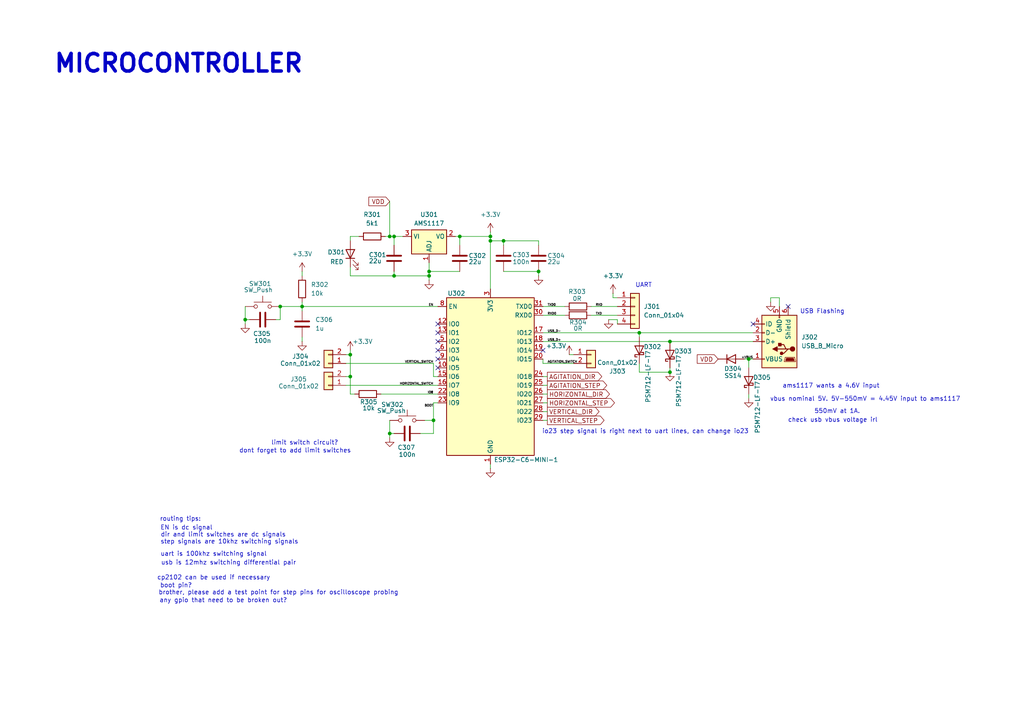
<source format=kicad_sch>
(kicad_sch (version 20250114) (generator "eeschema") (generator_version "9.0")
  (paper "A4")
  (lib_symbols
    (symbol "Connector:USB_B_Micro" (pin_names (offset 1.016))
      (property "Reference" "J" (at -5.08 11.43 0))
      (property "Value" "USB_B_Micro" (at -5.08 8.89 0))
      (symbol "USB_B_Micro_0_1"
        (rectangle (start -5.08 -7.62) (end 5.08 7.62) (stroke (width 0.254)) (fill (type background)))
        (polyline (pts (xy -4.699 5.842) (xy -4.699 5.588) (xy -4.445 4.826) (xy -4.445 4.572) (xy -1.651 4.572) (xy -1.651 4.826) (xy -1.397 5.588) (xy -1.397 5.842) (xy -4.699 5.842)))
        (polyline (pts (xy -4.318 5.588) (xy -1.778 5.588) (xy -2.032 4.826) (xy -4.064 4.826) (xy -4.318 5.588)) (fill (type outline)))
        (circle (center -3.81 2.159) (radius 0.635) (stroke (width 0.254)) (fill (type outline)))
        (polyline (pts (xy -3.175 2.159) (xy -2.54 2.159) (xy -1.27 3.429) (xy -0.635 3.429)) (stroke (width 0.254)))
        (polyline (pts (xy -2.54 2.159) (xy -1.905 2.159) (xy -1.27 0.889) (xy 0 0.889)) (stroke (width 0.254)))
        (polyline (pts (xy -1.905 2.159) (xy 0.635 2.159)) (stroke (width 0.254)))
        (circle (center -0.635 3.429) (radius 0.381) (stroke (width 0.254)) (fill (type outline)))
        (rectangle (start -0.127 -7.62) (end 0.127 -6.858))
        (rectangle (start 0.254 1.27) (end -0.508 0.508) (stroke (width 0.254)) (fill (type outline)))
        (polyline (pts (xy 0.635 2.794) (xy 0.635 1.524) (xy 1.905 2.159) (xy 0.635 2.794)) (stroke (width 0.254)) (fill (type outline)))
        (rectangle (start 5.08 4.953) (end 4.318 5.207))
        (rectangle (start 5.08 -0.127) (end 4.318 0.127))
        (rectangle (start 5.08 -2.667) (end 4.318 -2.413))
        (rectangle (start 5.08 -5.207) (end 4.318 -4.953))
      )
      (symbol "USB_B_Micro_1_1"
        (pin passive line (at -2.54 -10.16 90) (length 2.54) (name "Shield") (number "6"))
        (pin power_out line (at 0 -10.16 90) (length 2.54) (name "GND") (number "5"))
        (pin power_out line (at 7.62 5.08 180) (length 2.54) (name "VBUS") (number "1"))
        (pin bidirectional line (at 7.62 0 180) (length 2.54) (name "D+") (number "3"))
        (pin bidirectional line (at 7.62 -2.54 180) (length 2.54) (name "D-") (number "2"))
        (pin passive line (at 7.62 -5.08 180) (length 2.54) (name "ID") (number "4"))
      )
    )
    (symbol "Connector_Generic:Conn_01x02" (pin_names (offset 1.016) (hide yes))
      (property "Reference" "J" (at 0 2.54 0))
      (property "Value" "Conn_01x02" (at 0 -5.08 0))
      (symbol "Conn_01x02_1_1"
        (rectangle (start -1.27 1.27) (end 1.27 -3.81) (stroke (width 0.254)) (fill (type background)))
        (rectangle (start -1.27 0.127) (end 0 -0.127) (stroke (width 0.1524)))
        (rectangle (start -1.27 -2.413) (end 0 -2.667) (stroke (width 0.1524)))
        (pin passive line (at -5.08 0 0) (length 3.81) (name "Pin_1") (number "1"))
        (pin passive line (at -5.08 -2.54 0) (length 3.81) (name "Pin_2") (number "2"))
      )
    )
    (symbol "Connector_Generic:Conn_01x04" (pin_names (offset 1.016) (hide yes))
      (property "Reference" "J" (at 0 5.08 0))
      (property "Value" "Conn_01x04" (at 0 -7.62 0))
      (symbol "Conn_01x04_1_1"
        (rectangle (start -1.27 3.81) (end 1.27 -6.35) (stroke (width 0.254)) (fill (type background)))
        (rectangle (start -1.27 2.667) (end 0 2.413) (stroke (width 0.1524)))
        (rectangle (start -1.27 0.127) (end 0 -0.127) (stroke (width 0.1524)))
        (rectangle (start -1.27 -2.413) (end 0 -2.667) (stroke (width 0.1524)))
        (rectangle (start -1.27 -4.953) (end 0 -5.207) (stroke (width 0.1524)))
        (pin passive line (at -5.08 2.54 0) (length 3.81) (name "Pin_1") (number "1"))
        (pin passive line (at -5.08 0 0) (length 3.81) (name "Pin_2") (number "2"))
        (pin passive line (at -5.08 -2.54 0) (length 3.81) (name "Pin_3") (number "3"))
        (pin passive line (at -5.08 -5.08 0) (length 3.81) (name "Pin_4") (number "4"))
      )
    )
    (symbol "Device:C" (pin_numbers (hide yes)) (pin_names (offset 0.254))
      (property "Reference" "C" (at 0.635 2.54 0))
      (property "Value" "C" (at 0.635 -2.54 0))
      (symbol "C_0_1"
        (polyline (pts (xy -2.032 0.762) (xy 2.032 0.762)) (stroke (width 0.508)))
        (polyline (pts (xy -2.032 -0.762) (xy 2.032 -0.762)) (stroke (width 0.508)))
      )
      (symbol "C_1_1"
        (pin passive line (at 0 3.81 270) (length 2.794) (name "~") (number "1"))
        (pin passive line (at 0 -3.81 90) (length 2.794) (name "~") (number "2"))
      )
    )
    (symbol "Device:D" (pin_numbers (hide yes)) (pin_names (offset 1.016) (hide yes))
      (property "Reference" "D" (at 0 2.54 0))
      (property "Value" "D" (at 0 -2.54 0))
      (symbol "D_0_1"
        (polyline (pts (xy -1.27 1.27) (xy -1.27 -1.27)) (stroke (width 0.254)))
        (polyline (pts (xy 1.27 1.27) (xy 1.27 -1.27) (xy -1.27 0) (xy 1.27 1.27)) (stroke (width 0.254)))
        (polyline (pts (xy 1.27 0) (xy -1.27 0)))
      )
      (symbol "D_1_1"
        (pin passive line (at -3.81 0 0) (length 2.54) (name "K") (number "1"))
        (pin passive line (at 3.81 0 180) (length 2.54) (name "A") (number "2"))
      )
    )
    (symbol "Device:D_Schottky" (pin_numbers (hide yes)) (pin_names (offset 1.016) (hide yes))
      (property "Reference" "D" (at 0 2.54 0))
      (property "Value" "D_Schottky" (at 0 -2.54 0))
      (symbol "D_Schottky_0_1"
        (polyline (pts (xy -1.905 0.635) (xy -1.905 1.27) (xy -1.27 1.27) (xy -1.27 -1.27) (xy -0.635 -1.27) (xy -0.635 -0.635)) (stroke (width 0.254)))
        (polyline (pts (xy 1.27 1.27) (xy 1.27 -1.27) (xy -1.27 0) (xy 1.27 1.27)) (stroke (width 0.254)))
        (polyline (pts (xy 1.27 0) (xy -1.27 0)))
      )
      (symbol "D_Schottky_1_1"
        (pin passive line (at -3.81 0 0) (length 2.54) (name "K") (number "1"))
        (pin passive line (at 3.81 0 180) (length 2.54) (name "A") (number "2"))
      )
    )
    (symbol "Device:LED" (pin_numbers (hide yes)) (pin_names (offset 1.016) (hide yes))
      (property "Reference" "D" (at 0 2.54 0))
      (property "Value" "LED" (at 0 -2.54 0))
      (symbol "LED_0_1"
        (polyline (pts (xy -3.048 -0.762) (xy -4.572 -2.286) (xy -3.81 -2.286) (xy -4.572 -2.286) (xy -4.572 -1.524)))
        (polyline (pts (xy -1.778 -0.762) (xy -3.302 -2.286) (xy -2.54 -2.286) (xy -3.302 -2.286) (xy -3.302 -1.524)))
        (polyline (pts (xy -1.27 0) (xy 1.27 0)))
        (polyline (pts (xy -1.27 -1.27) (xy -1.27 1.27)) (stroke (width 0.254)))
        (polyline (pts (xy 1.27 -1.27) (xy 1.27 1.27) (xy -1.27 0) (xy 1.27 -1.27)) (stroke (width 0.254)))
      )
      (symbol "LED_1_1"
        (pin passive line (at -3.81 0 0) (length 2.54) (name "K") (number "1"))
        (pin passive line (at 3.81 0 180) (length 2.54) (name "A") (number "2"))
      )
    )
    (symbol "Device:R" (pin_numbers (hide yes)) (pin_names (offset 0))
      (property "Reference" "R" (at 2.032 0 90))
      (property "Value" "R" (at 0 0 90))
      (symbol "R_0_1"
        (rectangle (start -1.016 -2.54) (end 1.016 2.54) (stroke (width 0.254)))
      )
      (symbol "R_1_1"
        (pin passive line (at 0 3.81 270) (length 1.27) (name "~") (number "1"))
        (pin passive line (at 0 -3.81 90) (length 1.27) (name "~") (number "2"))
      )
    )
    (symbol "RF_Module:ESP32-C6-MINI-1"
      (property "Reference" "U" (at -11.43 24.13 0))
      (property "Value" "ESP32-C6-MINI-1" (at 12.7 24.13 0))
      (symbol "ESP32-C6-MINI-1_0_1"
        (rectangle (start -12.7 22.86) (end 12.7 -22.86) (stroke (width 0.254)) (fill (type background)))
      )
      (symbol "ESP32-C6-MINI-1_1_1"
        (pin input line (at -15.24 20.32 0) (length 2.54) (name "EN") (number "8"))
        (pin bidirectional line (at -15.24 15.24 0) (length 2.54) (name "IO0") (number "12"))
        (pin bidirectional line (at -15.24 12.7 0) (length 2.54) (name "IO1") (number "13"))
        (pin bidirectional line (at -15.24 10.16 0) (length 2.54) (name "IO2") (number "5"))
        (pin bidirectional line (at -15.24 7.62 0) (length 2.54) (name "IO3") (number "6"))
        (pin bidirectional line (at -15.24 5.08 0) (length 2.54) (name "IO4") (number "9"))
        (pin bidirectional line (at -15.24 2.54 0) (length 2.54) (name "IO5") (number "10"))
        (pin bidirectional line (at -15.24 0 0) (length 2.54) (name "IO6") (number "15"))
        (pin bidirectional line (at -15.24 -2.54 0) (length 2.54) (name "IO7") (number "16"))
        (pin bidirectional line (at -15.24 -5.08 0) (length 2.54) (name "IO8") (number "22"))
        (pin bidirectional line (at -15.24 -7.62 0) (length 2.54) (name "IO9") (number "23"))
        (pin no_connect line (at -12.7 -12.7 0) (length 2.54) (hide yes) (name "NC") (number "32"))
        (pin no_connect line (at -12.7 -15.24 0) (length 2.54) (hide yes) (name "NC") (number "33"))
        (pin no_connect line (at -12.7 -17.78 0) (length 2.54) (hide yes) (name "NC") (number "34"))
        (pin no_connect line (at -12.7 -20.32 0) (length 2.54) (hide yes) (name "NC") (number "35"))
        (pin power_in line (at 0 25.4 270) (length 2.54) (name "3V3") (number "3"))
        (pin power_in line (at 0 -25.4 90) (length 2.54) (name "GND") (number "1"))
        (pin passive line (at 0 -25.4 90) (length 2.54) (hide yes) (name "GND") (number "11"))
        (pin passive line (at 0 -25.4 90) (length 2.54) (hide yes) (name "GND") (number "14"))
        (pin passive line (at 0 -25.4 90) (length 2.54) (hide yes) (name "GND") (number "2"))
        (pin passive line (at 0 -25.4 90) (length 2.54) (hide yes) (name "GND") (number "36"))
        (pin passive line (at 0 -25.4 90) (length 2.54) (hide yes) (name "GND") (number "37"))
        (pin passive line (at 0 -25.4 90) (length 2.54) (hide yes) (name "GND") (number "38"))
        (pin passive line (at 0 -25.4 90) (length 2.54) (hide yes) (name "GND") (number "39"))
        (pin passive line (at 0 -25.4 90) (length 2.54) (hide yes) (name "GND") (number "40"))
        (pin passive line (at 0 -25.4 90) (length 2.54) (hide yes) (name "GND") (number "41"))
        (pin passive line (at 0 -25.4 90) (length 2.54) (hide yes) (name "GND") (number "42"))
        (pin passive line (at 0 -25.4 90) (length 2.54) (hide yes) (name "GND") (number "43"))
        (pin passive line (at 0 -25.4 90) (length 2.54) (hide yes) (name "GND") (number "44"))
        (pin passive line (at 0 -25.4 90) (length 2.54) (hide yes) (name "GND") (number "45"))
        (pin passive line (at 0 -25.4 90) (length 2.54) (hide yes) (name "GND") (number "46"))
        (pin passive line (at 0 -25.4 90) (length 2.54) (hide yes) (name "GND") (number "47"))
        (pin passive line (at 0 -25.4 90) (length 2.54) (hide yes) (name "GND") (number "48"))
        (pin passive line (at 0 -25.4 90) (length 2.54) (hide yes) (name "GND") (number "49"))
        (pin passive line (at 0 -25.4 90) (length 2.54) (hide yes) (name "GND") (number "50"))
        (pin passive line (at 0 -25.4 90) (length 2.54) (hide yes) (name "GND") (number "51"))
        (pin passive line (at 0 -25.4 90) (length 2.54) (hide yes) (name "GND") (number "52"))
        (pin passive line (at 0 -25.4 90) (length 2.54) (hide yes) (name "GND") (number "53"))
        (pin no_connect line (at 12.7 -15.24 180) (length 2.54) (hide yes) (name "NC") (number "4"))
        (pin no_connect line (at 12.7 -17.78 180) (length 2.54) (hide yes) (name "NC") (number "7"))
        (pin no_connect line (at 12.7 -20.32 180) (length 2.54) (hide yes) (name "NC") (number "21"))
        (pin bidirectional line (at 15.24 20.32 180) (length 2.54) (name "TXD0") (number "31"))
        (pin bidirectional line (at 15.24 17.78 180) (length 2.54) (name "RXD0") (number "30"))
        (pin bidirectional line (at 15.24 12.7 180) (length 2.54) (name "IO12") (number "17"))
        (pin bidirectional line (at 15.24 10.16 180) (length 2.54) (name "IO13") (number "18"))
        (pin bidirectional line (at 15.24 7.62 180) (length 2.54) (name "IO14") (number "19"))
        (pin bidirectional line (at 15.24 5.08 180) (length 2.54) (name "IO15") (number "20"))
        (pin bidirectional line (at 15.24 0 180) (length 2.54) (name "IO18") (number "24"))
        (pin bidirectional line (at 15.24 -2.54 180) (length 2.54) (name "IO19") (number "25"))
        (pin bidirectional line (at 15.24 -5.08 180) (length 2.54) (name "IO20") (number "26"))
        (pin bidirectional line (at 15.24 -7.62 180) (length 2.54) (name "IO21") (number "27"))
        (pin bidirectional line (at 15.24 -10.16 180) (length 2.54) (name "IO22") (number "28"))
        (pin bidirectional line (at 15.24 -12.7 180) (length 2.54) (name "IO23") (number "29"))
      )
    )
    (symbol "Regulator_Linear:AMS1117"
      (property "Reference" "U" (at -3.81 3.175 0))
      (property "Value" "AMS1117" (at 0 3.175 0))
      (symbol "AMS1117_0_1"
        (rectangle (start -5.08 -5.08) (end 5.08 1.905) (stroke (width 0.254)) (fill (type background)))
      )
      (symbol "AMS1117_1_1"
        (pin power_in line (at -7.62 0 0) (length 2.54) (name "VI") (number "3"))
        (pin input line (at 0 -7.62 90) (length 2.54) (name "ADJ") (number "1"))
        (pin power_out line (at 7.62 0 180) (length 2.54) (name "VO") (number "2"))
      )
    )
    (symbol "Switch:SW_Push" (pin_numbers (hide yes)) (pin_names (offset 1.016) (hide yes))
      (property "Reference" "SW" (at 1.27 2.54 0))
      (property "Value" "SW_Push" (at 0 -1.524 0))
      (symbol "SW_Push_0_1"
        (circle (center -2.032 0) (radius 0.508))
        (polyline (pts (xy 0 1.27) (xy 0 3.048)))
        (circle (center 2.032 0) (radius 0.508))
        (polyline (pts (xy 2.54 1.27) (xy -2.54 1.27)))
        (pin passive line (at -5.08 0 0) (length 2.54) (name "1") (number "1"))
        (pin passive line (at 5.08 0 180) (length 2.54) (name "2") (number "2"))
      )
    )
    (symbol "power:+3.3V" (power) (pin_numbers (hide yes)) (pin_names (offset 0) (hide yes))
      (property "Value" "+3.3V" (at 0 3.556 0))
      (symbol "+3.3V_0_1"
        (polyline (pts (xy -0.762 1.27) (xy 0 2.54)))
        (polyline (pts (xy 0 2.54) (xy 0.762 1.27)))
        (polyline (pts (xy 0 0) (xy 0 2.54)))
      )
      (symbol "+3.3V_1_1"
        (pin power_in line (at 0 0 90) (length 0) (name "~") (number "1"))
      )
    )
    (symbol "power:GND" (power) (pin_numbers (hide yes)) (pin_names (offset 0) (hide yes))
      (property "Value" "GND" (at 0 -3.81 0))
      (symbol "GND_0_1"
        (polyline (pts (xy 0 0) (xy 0 -1.27) (xy 1.27 -1.27) (xy 0 -2.54) (xy -1.27 -1.27) (xy 0 -1.27)))
      )
      (symbol "GND_1_1"
        (pin power_in line (at 0 0 270) (length 0) (name "~") (number "1"))
      )
    )
  )
  (text "MICROCONTROLLER" (at 51.816 18.542 0) (effects (font (size 5.08 5.08) (thickness 1.016) (bold yes))))
  (text "check usb vbus voltage irl" (at 241.554 121.92 0) (effects (font (size 1.27 1.27))))
  (text "any gpio that need to be broken out?" (at 64.77 174.244 0) (effects (font (size 1.27 1.27))))
  (text "dont forget to add limit switches" (at 85.598 130.81 0) (effects (font (size 1.27 1.27))))
  (text "UART" (at 186.69 82.804 0) (effects (font (size 1.27 1.27))))
  (text "dir and limit switches are dc signals" (at 64.77 155.194 0) (effects (font (size 1.27 1.27))))
  (text "cp2102 can be used if necessary" (at 61.976 167.64 0) (effects (font (size 1.27 1.27))))
  (text "vbus nominal 5V. 5V-550mV = 4.45V input to ams1117" (at 250.952 115.824 0) (effects (font (size 1.27 1.27))))
  (text "USB Flashing" (at 238.506 90.424 0) (effects (font (size 1.27 1.27))))
  (text "routing tips:" (at 52.324 150.622 0) (effects (font (size 1.27 1.27))))
  (text "550mV at 1A." (at 242.824 119.38 0) (effects (font (size 1.27 1.27))))
  (text "io23 step signal is right next to uart lines, can change io23" (at 187.198 125.222 0) (effects (font (size 1.27 1.27))))
  (text "EN is dc signal" (at 54.102 153.162 0) (effects (font (size 1.27 1.27))))
  (text "step signals are 10khz switching signals" (at 66.548 157.226 0) (effects (font (size 1.27 1.27))))
  (text "boot pin?" (at 51.054 169.926 0) (effects (font (size 1.27 1.27))))
  (text "brother, please add a test point for step pins for oscilloscope probing" (at 80.772 171.958 0) (effects (font (size 1.27 1.27))))
  (text "limit switch circuit?" (at 88.392 128.524 0) (effects (font (size 1.27 1.27))))
  (text "ams1117 wants a 4.6V input" (at 241.046 112.014 0) (effects (font (size 1.27 1.27))))
  (text "usb is 12mhz switching differential pair" (at 66.294 163.322 0) (effects (font (size 1.27 1.27))))
  (text "uart is 100khz switching signal" (at 61.976 160.782 0) (effects (font (size 1.27 1.27))))
  (junction (at 71.12 92.71))
  (junction (at 185.42 96.52))
  (junction (at 217.17 104.14))
  (junction (at 146.05 69.85))
  (junction (at 101.6 109.22))
  (junction (at 194.31 107.95))
  (junction (at 124.46 80.01))
  (junction (at 142.24 69.85))
  (junction (at 124.46 78.74))
  (junction (at 114.3 68.58))
  (junction (at 113.03 68.58))
  (junction (at 114.3 80.01))
  (junction (at 194.31 99.06))
  (junction (at 125.73 121.92))
  (junction (at 101.6 102.87))
  (junction (at 133.35 68.58))
  (junction (at 81.28 88.9))
  (junction (at 142.24 68.58))
  (junction (at 87.63 88.9))
  (junction (at 113.03 125.73))
  (junction (at 156.21 78.74))
  (no_connect (at 127 104.14))
  (no_connect (at 127 93.98))
  (no_connect (at 228.6 88.9))
  (no_connect (at 127 99.06))
  (no_connect (at 157.48 101.6))
  (no_connect (at 127 101.6))
  (no_connect (at 218.44 93.98))
  (no_connect (at 127 96.52))
  (no_connect (at 127 106.68))
  (wire (pts (xy 80.01 92.71) (xy 81.28 92.71)))
  (wire (pts (xy 223.52 86.36) (xy 223.52 87.63)))
  (wire (pts (xy 100.33 109.22) (xy 101.6 109.22)))
  (wire (pts (xy 104.14 68.58) (xy 101.6 68.58)))
  (wire (pts (xy 125.73 121.92) (xy 125.73 125.73)))
  (wire (pts (xy 87.63 88.9) (xy 127 88.9)))
  (wire (pts (xy 171.45 91.44) (xy 179.07 91.44)))
  (wire (pts (xy 179.07 86.36) (xy 177.8 86.36)))
  (wire (pts (xy 110.49 114.3) (xy 127 114.3)))
  (wire (pts (xy 101.6 114.3) (xy 101.6 109.22)))
  (wire (pts (xy 142.24 68.58) (xy 142.24 69.85)))
  (wire (pts (xy 71.12 92.71) (xy 71.12 93.98)))
  (wire (pts (xy 114.3 80.01) (xy 114.3 78.74)))
  (wire (pts (xy 157.48 105.41) (xy 166.37 105.41)))
  (wire (pts (xy 101.6 68.58) (xy 101.6 69.85)))
  (wire (pts (xy 142.24 83.82) (xy 142.24 69.85)))
  (wire (pts (xy 124.46 80.01) (xy 124.46 81.28)))
  (wire (pts (xy 127 116.84) (xy 125.73 116.84)))
  (wire (pts (xy 81.28 88.9) (xy 87.63 88.9)))
  (wire (pts (xy 157.48 111.76) (xy 158.75 111.76)))
  (wire (pts (xy 226.06 88.9) (xy 226.06 86.36)))
  (wire (pts (xy 113.03 68.58) (xy 113.03 58.42)))
  (wire (pts (xy 217.17 104.14) (xy 217.17 106.68)))
  (wire (pts (xy 165.1 102.87) (xy 166.37 102.87)))
  (wire (pts (xy 177.8 86.36) (xy 177.8 85.09)))
  (wire (pts (xy 185.42 96.52) (xy 218.44 96.52)))
  (wire (pts (xy 87.63 88.9) (xy 87.63 90.17)))
  (wire (pts (xy 111.76 68.58) (xy 113.03 68.58)))
  (wire (pts (xy 100.33 102.87) (xy 101.6 102.87)))
  (wire (pts (xy 157.48 116.84) (xy 158.75 116.84)))
  (wire (pts (xy 125.73 121.92) (xy 123.19 121.92)))
  (wire (pts (xy 179.07 92.71) (xy 176.53 92.71)))
  (wire (pts (xy 157.48 109.22) (xy 158.75 109.22)))
  (wire (pts (xy 125.73 116.84) (xy 125.73 121.92)))
  (wire (pts (xy 156.21 71.12) (xy 156.21 69.85)))
  (wire (pts (xy 125.73 125.73) (xy 121.92 125.73)))
  (wire (pts (xy 157.48 88.9) (xy 163.83 88.9)))
  (wire (pts (xy 226.06 86.36) (xy 223.52 86.36)))
  (wire (pts (xy 146.05 69.85) (xy 146.05 71.12)))
  (wire (pts (xy 124.46 78.74) (xy 124.46 80.01)))
  (wire (pts (xy 185.42 107.95) (xy 194.31 107.95)))
  (wire (pts (xy 194.31 99.06) (xy 218.44 99.06)))
  (wire (pts (xy 101.6 101.6) (xy 101.6 102.87)))
  (wire (pts (xy 87.63 87.63) (xy 87.63 88.9)))
  (wire (pts (xy 113.03 125.73) (xy 113.03 121.92)))
  (wire (pts (xy 72.39 92.71) (xy 71.12 92.71)))
  (wire (pts (xy 101.6 77.47) (xy 101.6 80.01)))
  (wire (pts (xy 114.3 80.01) (xy 124.46 80.01)))
  (wire (pts (xy 146.05 69.85) (xy 142.24 69.85)))
  (wire (pts (xy 87.63 78.74) (xy 87.63 80.01)))
  (wire (pts (xy 194.31 106.68) (xy 194.31 107.95)))
  (wire (pts (xy 156.21 69.85) (xy 146.05 69.85)))
  (wire (pts (xy 124.46 78.74) (xy 133.35 78.74)))
  (wire (pts (xy 157.48 114.3) (xy 158.75 114.3)))
  (wire (pts (xy 142.24 134.62) (xy 142.24 135.89)))
  (wire (pts (xy 179.07 93.98) (xy 179.07 92.71)))
  (wire (pts (xy 100.33 111.76) (xy 127 111.76)))
  (wire (pts (xy 217.17 104.14) (xy 218.44 104.14)))
  (wire (pts (xy 114.3 68.58) (xy 114.3 71.12)))
  (wire (pts (xy 156.21 78.74) (xy 156.21 80.01)))
  (wire (pts (xy 133.35 68.58) (xy 132.08 68.58)))
  (wire (pts (xy 114.3 125.73) (xy 113.03 125.73)))
  (wire (pts (xy 157.48 121.92) (xy 158.75 121.92)))
  (wire (pts (xy 133.35 68.58) (xy 142.24 68.58)))
  (wire (pts (xy 101.6 80.01) (xy 114.3 80.01)))
  (wire (pts (xy 171.45 88.9) (xy 179.07 88.9)))
  (wire (pts (xy 101.6 114.3) (xy 102.87 114.3)))
  (wire (pts (xy 81.28 92.71) (xy 81.28 88.9)))
  (wire (pts (xy 100.33 105.41) (xy 125.73 105.41)))
  (wire (pts (xy 87.63 97.79) (xy 87.63 99.06)))
  (wire (pts (xy 133.35 68.58) (xy 133.35 71.12)))
  (wire (pts (xy 125.73 109.22) (xy 127 109.22)))
  (wire (pts (xy 157.48 96.52) (xy 185.42 96.52)))
  (wire (pts (xy 114.3 68.58) (xy 116.84 68.58)))
  (wire (pts (xy 142.24 67.31) (xy 142.24 68.58)))
  (wire (pts (xy 157.48 91.44) (xy 163.83 91.44)))
  (wire (pts (xy 185.42 105.41) (xy 185.42 107.95)))
  (wire (pts (xy 124.46 76.2) (xy 124.46 78.74)))
  (wire (pts (xy 217.17 114.3) (xy 217.17 115.57)))
  (wire (pts (xy 157.48 119.38) (xy 158.75 119.38)))
  (wire (pts (xy 146.05 78.74) (xy 156.21 78.74)))
  (wire (pts (xy 157.48 99.06) (xy 194.31 99.06)))
  (wire (pts (xy 71.12 92.71) (xy 71.12 88.9)))
  (wire (pts (xy 113.03 68.58) (xy 114.3 68.58)))
  (wire (pts (xy 215.9 104.14) (xy 217.17 104.14)))
  (wire (pts (xy 101.6 102.87) (xy 101.6 109.22)))
  (wire (pts (xy 157.48 104.14) (xy 157.48 105.41)))
  (wire (pts (xy 185.42 96.52) (xy 185.42 97.79)))
  (wire (pts (xy 113.03 125.73) (xy 113.03 127)))
  (wire (pts (xy 125.73 105.41) (xy 125.73 109.22)))
  (label "AGITATION_SWITCH" (at 158.75 105.41 0) (effects (font (size 0.635 0.635))))
  (label "VERTICAL_SWITCH" (at 125.73 105.41 180) (effects (font (size 0.635 0.635))))
  (label "+VBUS" (at 218.44 104.14 180) (effects (font (size 0.635 0.635))))
  (label "USB_D+" (at 158.75 99.06 0) (effects (font (size 0.635 0.635))))
  (label "HORIZONTAL_SWITCH" (at 125.73 111.76 180) (effects (font (size 0.635 0.635))))
  (label "BOOT" (at 125.73 118.11 180) (effects (font (size 0.635 0.635))))
  (label "TXD0" (at 158.75 88.9 0) (effects (font (size 0.635 0.635))))
  (label "IO8" (at 125.73 114.3 180) (effects (font (size 0.635 0.635))))
  (label "RXD" (at 172.72 88.9 0) (effects (font (size 0.635 0.635))))
  (label "RXD0" (at 158.75 91.44 0) (effects (font (size 0.635 0.635))))
  (label "EN" (at 125.73 88.9 180) (effects (font (size 0.635 0.635))))
  (label "USB_D-" (at 158.75 96.52 0) (effects (font (size 0.635 0.635))))
  (label "TXD" (at 172.72 91.44 0) (effects (font (size 0.635 0.635))))
  (global_label "HORIZONTAL_DIR" (shape output) (at 158.75 114.3 0) (property "Intersheetrefs" "${INTERSHEET_REFS}" (effects (hide yes))))
  (global_label "HORIZONTAL_STEP" (shape output) (at 158.75 116.84 0) (property "Intersheetrefs" "${INTERSHEET_REFS}" (effects (hide yes))))
  (global_label "VERTICAL_DIR" (shape output) (at 158.75 119.38 0) (property "Intersheetrefs" "${INTERSHEET_REFS}" (effects (hide yes))))
  (global_label "AGITATION_STEP" (shape output) (at 158.75 111.76 0) (property "Intersheetrefs" "${INTERSHEET_REFS}" (effects (hide yes))))
  (global_label "AGITATION_DIR" (shape output) (at 158.75 109.22 0) (property "Intersheetrefs" "${INTERSHEET_REFS}" (effects (hide yes))))
  (global_label "VDD" (shape input) (at 208.28 104.14 180) (property "Intersheetrefs" "${INTERSHEET_REFS}" (effects (hide yes))))
  (global_label "VERTICAL_STEP" (shape output) (at 158.75 121.92 0) (property "Intersheetrefs" "${INTERSHEET_REFS}" (effects (hide yes))))
  (global_label "VDD" (shape input) (at 113.03 58.42 180) (property "Intersheetrefs" "${INTERSHEET_REFS}" (effects (hide yes))))
  (symbol (lib_id "Device:R") (at 167.64 88.9 90) (unit 1)
    (property "Reference" "R303" (at 167.386 84.582 90))
    (property "Value" "0R" (at 167.386 86.614 90))
    (property "Footprint" "Resistor_SMD:R_0603_1608Metric" (effects (hide yes)))
    (property "Description" "Resistor" (effects (hide yes)))
    (property "Manufacturer" "UNI-ROYAL(Uniroyal Elec)" (effects (hide yes)))
    (property "MPN" "0603WAF0000T5E" (effects (hide yes)))
    (property "LCSC Part Number" "C21189" (effects (hide yes)))
  )
  (symbol (lib_id "power:+3.3V") (at 101.6 101.6 0) (unit 1)
    (property "Reference" "#PWR0313" (effects (hide yes)))
    (property "Value" "+3.3V" (at 105.156 99.06 0))
    (property "Description" "Power symbol creates a global label with name \"+3.3V\"" (effects (hide yes)))
  )
  (symbol (lib_id "Device:C") (at 87.63 93.98 0) (unit 1)
    (property "Reference" "C306" (at 91.44 92.7099 0) (effects (justify left)))
    (property "Value" "1u" (at 91.44 95.2499 0) (effects (justify left)))
    (property "Footprint" "Capacitor_SMD:C_0402_1005Metric" (effects (hide yes)))
    (property "Description" "Unpolarized capacitor" (effects (hide yes)))
    (property "Manufacturer" "Samsung Electro-Mechanics" (effects (hide yes)))
    (property "MPN" "CL05A105KA5NQNC" (effects (hide yes)))
    (property "LCSC Part Number" "C52923" (effects (hide yes)))
  )
  (symbol (lib_id "Device:D_Schottky") (at 194.31 102.87 90) (unit 1)
    (property "Reference" "D303" (at 195.58 101.854 90) (effects (justify right)))
    (property "Value" "PSM712-LF-T7" (at 196.85 102.87 0) (effects (justify right)))
    (property "Footprint" "Package_TO_SOT_SMD:SOT-23" (effects (hide yes)))
    (property "Description" "Schottky diode" (effects (hide yes)))
    (property "Manufacturer" "ProTek Devices" (effects (hide yes)))
    (property "MPN" "PSM712-LF-T7" (effects (hide yes)))
    (property "LCSC Part Number" "C32677" (effects (hide yes)))
  )
  (symbol (lib_id "Device:R") (at 167.64 91.44 90) (unit 1)
    (property "Reference" "R304" (at 167.64 93.472 90))
    (property "Value" "0R" (at 167.64 95.25 90))
    (property "Footprint" "Resistor_SMD:R_0603_1608Metric" (effects (hide yes)))
    (property "Description" "Resistor" (effects (hide yes)))
    (property "Manufacturer" "UNI-ROYAL(Uniroyal Elec)" (effects (hide yes)))
    (property "MPN" "0603WAF0000T5E" (effects (hide yes)))
    (property "LCSC Part Number" "C21189" (effects (hide yes)))
  )
  (symbol (lib_id "power:GND") (at 223.52 87.63 0) (unit 1)
    (property "Reference" "#PWR0307" (effects (hide yes)))
    (property "Value" "GND" (effects (hide yes)))
    (property "Description" "Power symbol creates a global label with name \"GND\" , ground" (effects (hide yes)))
  )
  (symbol (lib_id "power:+3.3V") (at 142.24 67.31 0) (unit 1)
    (property "Reference" "#PWR0303" (effects (hide yes)))
    (property "Value" "+3.3V" (at 142.24 62.23 0))
    (property "Description" "Power symbol creates a global label with name \"+3.3V\"" (effects (hide yes)))
  )
  (symbol (lib_id "Device:C") (at 146.05 74.93 180) (unit 1)
    (property "Reference" "C303" (at 151.13 73.914 0))
    (property "Value" "100n" (at 151.13 75.946 0))
    (property "Footprint" "Capacitor_SMD:C_0402_1005Metric" (effects (hide yes)))
    (property "Description" "Unpolarized capacitor" (effects (hide yes)))
    (property "Manufacturer" "Samsung Electro-Mechanics" (effects (hide yes)))
    (property "MPN" "CL05B104KO5NNNC" (effects (hide yes)))
    (property "LCSC Part Number" "C1525" (effects (hide yes)))
  )
  (symbol (lib_id "power:GND") (at 217.17 115.57 0) (unit 1)
    (property "Reference" "#PWR0314" (effects (hide yes)))
    (property "Value" "GND" (effects (hide yes)))
    (property "Description" "Power symbol creates a global label with name \"GND\" , ground" (effects (hide yes)))
  )
  (symbol (lib_id "power:GND") (at 176.53 92.71 0) (unit 1)
    (property "Reference" "#PWR0308" (effects (hide yes)))
    (property "Value" "GND" (effects (hide yes)))
    (property "Description" "Power symbol creates a global label with name \"GND\" , ground" (effects (hide yes)))
  )
  (symbol (lib_id "Device:C") (at 133.35 74.93 0) (unit 1)
    (property "Reference" "C302" (at 135.89 74.168 0) (effects (justify left)))
    (property "Value" "22u" (at 135.89 75.946 0) (effects (justify left)))
    (property "Footprint" "Capacitor_SMD:C_0603_1608Metric" (effects (hide yes)))
    (property "Description" "Unpolarized capacitor" (effects (hide yes)))
    (property "Manufacturer" "Samsung Electro-Mechanics" (effects (hide yes)))
    (property "MPN" "CL21A226MAQNNNE" (effects (hide yes)))
    (property "LCSC Part Number" "C45783" (effects (hide yes)))
  )
  (symbol (lib_id "Device:LED") (at 101.6 73.66 90) (unit 1)
    (property "Reference" "D301" (at 94.996 73.152 90) (effects (justify right)))
    (property "Value" "RED" (at 95.758 75.946 90) (effects (justify right)))
    (property "Footprint" "LED_SMD:LED_0603_1608Metric" (effects (hide yes)))
    (property "Description" "Light emitting diode" (effects (hide yes)))
    (property "Sim.Pins" "1=K 2=A" (effects (hide yes)))
    (property "Manufacturer" "Hubei KENTO Elec" (effects (hide yes)))
    (property "MPN" "KT-0603R" (effects (hide yes)))
    (property "LCSC Part Number" "C2286" (effects (hide yes)))
  )
  (symbol (lib_id "Switch:SW_Push") (at 118.11 121.92 0) (unit 1)
    (property "Reference" "SW302" (at 113.792 117.348 0))
    (property "Value" "SW_Push" (at 113.538 119.126 0))
    (property "Footprint" "Button_Switch_SMD:SW_Push_1P1T_XKB_TS-1187A" (effects (hide yes)))
    (property "Description" "Push button switch, generic, two pins" (effects (hide yes)))
    (property "Manufacturer" "XKB Connection" (effects (hide yes)))
    (property "MPN" "TS-1187A-B-A-B" (effects (hide yes)))
    (property "LCSC Part Number" "C318884" (effects (hide yes)))
  )
  (symbol (lib_id "Device:R") (at 87.63 83.82 0) (unit 1)
    (property "Reference" "R302" (at 90.17 82.5499 0) (effects (justify left)))
    (property "Value" "10k" (at 90.17 85.0899 0) (effects (justify left)))
    (property "Footprint" "Resistor_SMD:R_0603_1608Metric" (effects (hide yes)))
    (property "Description" "Resistor" (effects (hide yes)))
    (property "Manufacturer" "UNI-ROYAL(Uniroyal Elec)" (effects (hide yes)))
    (property "MPN" "0603WAF1002T5E" (effects (hide yes)))
    (property "LCSC Part Number" "C25804" (effects (hide yes)))
  )
  (symbol (lib_id "Connector_Generic:Conn_01x02") (at 95.25 105.41 180) (unit 1) (in_bom no)
    (property "Reference" "J304" (at 87.122 103.378 0))
    (property "Value" "Conn_01x02" (at 87.122 105.41 0))
    (property "Footprint" "Connector_PinHeader_2.54mm:PinHeader_1x02_P2.54mm_Vertical" (effects (hide yes)))
    (property "Description" "Generic connector, single row, 01x02, script generated (kicad-library-utils/schlib/autogen/connector/)" (effects (hide yes)))
  )
  (symbol (lib_id "power:+3.3V") (at 87.63 78.74 0) (unit 1)
    (property "Reference" "#PWR0304" (effects (hide yes)))
    (property "Value" "+3.3V" (at 87.63 73.66 0))
    (property "Description" "Power symbol creates a global label with name \"+3.3V\"" (effects (hide yes)))
  )
  (symbol (lib_id "Device:R") (at 106.68 114.3 90) (unit 1)
    (property "Reference" "R305" (at 106.934 116.586 90))
    (property "Value" "10k" (at 106.934 118.364 90))
    (property "Footprint" "Resistor_SMD:R_0603_1608Metric" (effects (hide yes)))
    (property "Description" "Resistor" (effects (hide yes)))
    (property "Manufacturer" "UNI-ROYAL(Uniroyal Elec)" (effects (hide yes)))
    (property "MPN" "0603WAF1002T5E" (effects (hide yes)))
    (property "LCSC Part Number" "C25804" (effects (hide yes)))
  )
  (symbol (lib_id "Device:C") (at 118.11 125.73 90) (unit 1)
    (property "Reference" "C307" (at 117.856 129.794 90))
    (property "Value" "100n" (at 118.11 131.826 90))
    (property "Footprint" "Capacitor_SMD:C_0402_1005Metric" (effects (hide yes)))
    (property "Description" "Unpolarized capacitor" (effects (hide yes)))
    (property "Manufacturer" "Samsung Electro-Mechanics" (effects (hide yes)))
    (property "MPN" "CL05B104KO5NNNC" (effects (hide yes)))
    (property "LCSC Part Number" "C1525" (effects (hide yes)))
  )
  (symbol (lib_id "Connector:USB_B_Micro") (at 226.06 99.06 180) (unit 1)
    (property "Reference" "J302" (at 232.41 97.7899 0) (effects (justify right)))
    (property "Value" "USB_B_Micro" (at 232.41 100.3299 0) (effects (justify right)))
    (property "Footprint" "Connector_USB:USB_Micro-B_Molex-105017-0001" (effects (hide yes)))
    (property "Description" "USB Micro Type B connector" (effects (hide yes)))
    (property "Manufacturer" "SHOU HAN" (effects (hide yes)))
    (property "MPN" "MicroXNJ" (effects (hide yes)))
    (property "LCSC Part Number" "C404969" (effects (hide yes)))
  )
  (symbol (lib_id "Device:R") (at 107.95 68.58 90) (unit 1)
    (property "Reference" "R301" (at 107.95 62.23 90))
    (property "Value" "5k1" (at 107.95 64.77 90))
    (property "Footprint" "Resistor_SMD:R_0603_1608Metric" (effects (hide yes)))
    (property "Description" "Resistor" (effects (hide yes)))
    (property "Manufacturer" "UNI-ROYAL(Uniroyal Elec)" (effects (hide yes)))
    (property "MPN" "0603WAF5101T5E" (effects (hide yes)))
    (property "LCSC Part Number" "C23186" (effects (hide yes)))
  )
  (symbol (lib_id "RF_Module:ESP32-C6-MINI-1") (at 142.24 109.22 0) (unit 1)
    (property "Reference" "U302" (at 129.794 85.09 0) (effects (justify left)))
    (property "Value" "ESP32-C6-MINI-1" (at 143.256 133.35 0) (effects (justify left)))
    (property "Footprint" "Espressif:ESP32-C6-MINI-1U" (effects (hide yes)))
    (property "Datasheet" "https://www.espressif.com/sites/default/files/documentation/esp32-c6-mini-1_mini-1u_datasheet_en.pdf" (effects (hide yes)))
    (property "Description" "RF Module, ESP32-C6 SoC, Wi-Fi 802.11b/g/n/ax, Bluetooth, BLE, Zigbee, Thread, 32-bit, 3.3V, SMD, onboard antenna" (effects (hide yes)))
    (property "Manufacturer" "Espressif Systems" (effects (hide yes)))
    (property "MPN" "ESP32-C6-MINI-1U-H4" (effects (hide yes)))
    (property "LCSC Part Number" "C20627095" (effects (hide yes)))
  )
  (symbol (lib_id "Device:C") (at 156.21 74.93 0) (unit 1)
    (property "Reference" "C304" (at 158.75 74.168 0) (effects (justify left)))
    (property "Value" "22u" (at 158.75 75.946 0) (effects (justify left)))
    (property "Footprint" "Capacitor_SMD:C_0603_1608Metric" (effects (hide yes)))
    (property "Description" "Unpolarized capacitor" (effects (hide yes)))
    (property "Manufacturer" "Samsung Electro-Mechanics" (effects (hide yes)))
    (property "MPN" "CL21A226MAQNNNE" (effects (hide yes)))
    (property "LCSC Part Number" "C45783" (effects (hide yes)))
  )
  (symbol (lib_id "power:+3.3V") (at 165.1 102.87 0) (unit 1)
    (property "Reference" "#PWR0311" (effects (hide yes)))
    (property "Value" "+3.3V" (at 161.29 100.33 0))
    (property "Description" "Power symbol creates a global label with name \"+3.3V\"" (effects (hide yes)))
  )
  (symbol (lib_id "Device:D_Schottky") (at 185.42 101.6 90) (unit 1)
    (property "Reference" "D302" (at 186.69 100.584 90) (effects (justify right)))
    (property "Value" "PSM712-LF-T7" (at 187.96 101.6 0) (effects (justify right)))
    (property "Footprint" "Package_TO_SOT_SMD:SOT-23" (effects (hide yes)))
    (property "Description" "Schottky diode" (effects (hide yes)))
    (property "Manufacturer" "ProTek Devices" (effects (hide yes)))
    (property "MPN" "PSM712-LF-T7" (effects (hide yes)))
    (property "LCSC Part Number" "C32677" (effects (hide yes)))
  )
  (symbol (lib_id "Device:D_Schottky") (at 217.17 110.49 90) (unit 1)
    (property "Reference" "D305" (at 218.44 109.474 90) (effects (justify right)))
    (property "Value" "PSM712-LF-T7" (at 219.71 110.49 0) (effects (justify right)))
    (property "Footprint" "Package_TO_SOT_SMD:SOT-23" (effects (hide yes)))
    (property "Description" "Schottky diode" (effects (hide yes)))
    (property "Manufacturer" "ProTek Devices" (effects (hide yes)))
    (property "MPN" "PSM712-LF-T7" (effects (hide yes)))
    (property "LCSC Part Number" "C32677" (effects (hide yes)))
  )
  (symbol (lib_id "power:GND") (at 87.63 99.06 0) (unit 1)
    (property "Reference" "#PWR0310" (effects (hide yes)))
    (property "Value" "GND" (effects (hide yes)))
    (property "Description" "Power symbol creates a global label with name \"GND\" , ground" (effects (hide yes)))
  )
  (symbol (lib_id "power:GND") (at 124.46 81.28 0) (unit 1)
    (property "Reference" "#PWR0302" (effects (hide yes)))
    (property "Value" "GND" (effects (hide yes)))
    (property "Description" "Power symbol creates a global label with name \"GND\" , ground" (effects (hide yes)))
  )
  (symbol (lib_id "power:GND") (at 71.12 93.98 0) (unit 1)
    (property "Reference" "#PWR0309" (effects (hide yes)))
    (property "Value" "GND" (effects (hide yes)))
    (property "Description" "Power symbol creates a global label with name \"GND\" , ground" (effects (hide yes)))
  )
  (symbol (lib_id "power:GND") (at 194.31 107.95 0) (unit 1)
    (property "Reference" "#PWR0312" (effects (hide yes)))
    (property "Value" "GND" (effects (hide yes)))
    (property "Description" "Power symbol creates a global label with name \"GND\" , ground" (effects (hide yes)))
  )
  (symbol (lib_id "Connector_Generic:Conn_01x02") (at 95.25 111.76 180) (unit 1) (in_bom no)
    (property "Reference" "J305" (at 86.614 109.982 0))
    (property "Value" "Conn_01x02" (at 86.614 112.014 0))
    (property "Footprint" "Connector_PinHeader_2.54mm:PinHeader_1x02_P2.54mm_Vertical" (effects (hide yes)))
    (property "Description" "Generic connector, single row, 01x02, script generated (kicad-library-utils/schlib/autogen/connector/)" (effects (hide yes)))
  )
  (symbol (lib_id "power:GND") (at 113.03 127 0) (unit 1)
    (property "Reference" "#PWR0315" (effects (hide yes)))
    (property "Value" "GND" (effects (hide yes)))
    (property "Description" "Power symbol creates a global label with name \"GND\" , ground" (effects (hide yes)))
  )
  (symbol (lib_id "power:GND") (at 156.21 80.01 0) (unit 1)
    (property "Reference" "#PWR0305" (effects (hide yes)))
    (property "Value" "GND" (effects (hide yes)))
    (property "Description" "Power symbol creates a global label with name \"GND\" , ground" (effects (hide yes)))
  )
  (symbol (lib_id "Device:D") (at 212.09 104.14 0) (unit 1)
    (property "Reference" "D304" (at 212.598 106.934 0))
    (property "Value" "SS14" (at 212.598 108.966 0))
    (property "Footprint" "Diode_SMD:D_SMA" (effects (hide yes)))
    (property "Description" "Diode" (effects (hide yes)))
    (property "Sim.Device" "D" (effects (hide yes)))
    (property "Sim.Pins" "1=K 2=A" (effects (hide yes)))
    (property "Manufacturer" "MDD(Microdiode Semiconductor)" (effects (hide yes)))
    (property "MPN" "SS14" (effects (hide yes)))
    (property "LCSC Part Number" "C2480" (effects (hide yes)))
  )
  (symbol (lib_id "Connector_Generic:Conn_01x04") (at 184.15 88.9 0) (unit 1) (in_bom no)
    (property "Reference" "J301" (at 186.69 88.8999 0) (effects (justify left)))
    (property "Value" "Conn_01x04" (at 186.69 91.4399 0) (effects (justify left)))
    (property "Footprint" "Connector_PinHeader_2.54mm:PinHeader_1x04_P2.54mm_Vertical" (effects (hide yes)))
    (property "Description" "Generic connector, single row, 01x04, script generated (kicad-library-utils/schlib/autogen/connector/)" (effects (hide yes)))
  )
  (symbol (lib_id "Device:C") (at 114.3 74.93 0) (unit 1)
    (property "Reference" "C301" (at 106.934 73.914 0) (effects (justify left)))
    (property "Value" "22u" (at 106.934 75.692 0) (effects (justify left)))
    (property "Footprint" "Capacitor_SMD:C_0603_1608Metric" (effects (hide yes)))
    (property "Description" "Unpolarized capacitor" (effects (hide yes)))
    (property "Manufacturer" "Samsung Electro-Mechanics" (effects (hide yes)))
    (property "MPN" "CL21A226MAQNNNE" (effects (hide yes)))
    (property "LCSC Part Number" "C45783" (effects (hide yes)))
  )
  (symbol (lib_id "Device:C") (at 76.2 92.71 90) (unit 1)
    (property "Reference" "C305" (at 75.946 96.774 90))
    (property "Value" "100n" (at 76.2 98.806 90))
    (property "Footprint" "Capacitor_SMD:C_0402_1005Metric" (effects (hide yes)))
    (property "Description" "Unpolarized capacitor" (effects (hide yes)))
    (property "Manufacturer" "Samsung Electro-Mechanics" (effects (hide yes)))
    (property "MPN" "CL05B104KO5NNNC" (effects (hide yes)))
    (property "LCSC Part Number" "C1525" (effects (hide yes)))
  )
  (symbol (lib_id "power:GND") (at 142.24 135.89 0) (unit 1)
    (property "Reference" "#PWR0316" (effects (hide yes)))
    (property "Value" "GND" (effects (hide yes)))
    (property "Description" "Power symbol creates a global label with name \"GND\" , ground" (effects (hide yes)))
  )
  (symbol (lib_id "Regulator_Linear:AMS1117") (at 124.46 68.58 0) (unit 1)
    (property "Reference" "U301" (at 124.46 62.23 0))
    (property "Value" "AMS1117" (at 124.46 64.77 0))
    (property "Footprint" "Package_TO_SOT_SMD:SOT-223-3_TabPin2" (effects (hide yes)))
    (property "Datasheet" "http://www.advanced-monolithic.com/pdf/ds1117.pdf" (effects (hide yes)))
    (property "Description" "1A Low Dropout regulator, positive, adjustable output, SOT-223" (effects (hide yes)))
    (property "Manufacturer" "Advanced Monolithic Systems" (effects (hide yes)))
    (property "MPN" "AMS1117-3.3" (effects (hide yes)))
    (property "LCSC Part Number" "C6186" (effects (hide yes)))
  )
  (symbol (lib_id "Connector_Generic:Conn_01x02") (at 171.45 102.87 0) (unit 1) (in_bom no)
    (property "Reference" "J303" (at 179.07 107.696 0))
    (property "Value" "Conn_01x02" (at 179.07 105.156 0))
    (property "Footprint" "Connector_PinHeader_2.54mm:PinHeader_1x02_P2.54mm_Vertical" (effects (hide yes)))
    (property "Description" "Generic connector, single row, 01x02, script generated (kicad-library-utils/schlib/autogen/connector/)" (effects (hide yes)))
  )
  (symbol (lib_id "Switch:SW_Push") (at 76.2 88.9 0) (unit 1)
    (property "Reference" "SW301" (at 75.438 82.296 0))
    (property "Value" "SW_Push" (at 74.93 84.074 0))
    (property "Footprint" "Button_Switch_SMD:SW_Push_1P1T_XKB_TS-1187A" (effects (hide yes)))
    (property "Description" "Push button switch, generic, two pins" (effects (hide yes)))
    (property "Manufacturer" "XKB Connection" (effects (hide yes)))
    (property "MPN" "TS-1187A-B-A-B" (effects (hide yes)))
    (property "LCSC Part Number" "C318884" (effects (hide yes)))
  )
  (symbol (lib_id "power:+3.3V") (at 177.8 85.09 0) (unit 1)
    (property "Reference" "#PWR0306" (effects (hide yes)))
    (property "Value" "+3.3V" (at 177.8 80.01 0))
    (property "Description" "Power symbol creates a global label with name \"+3.3V\"" (effects (hide yes)))
  )
)
</source>
